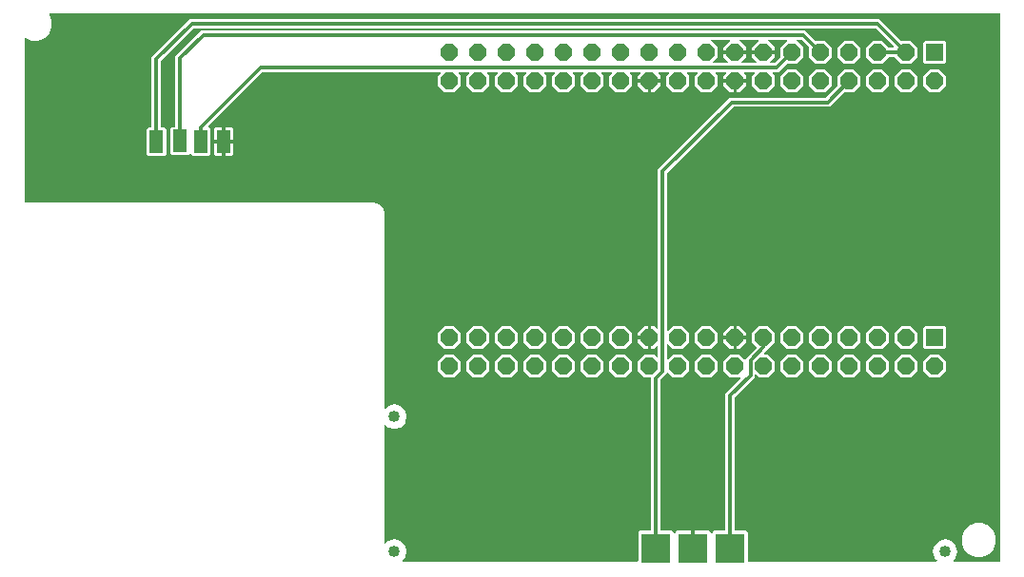
<source format=gbr>
G04 EAGLE Gerber RS-274X export*
G75*
%MOMM*%
%FSLAX34Y34*%
%LPD*%
%INTop Copper*%
%IPPOS*%
%AMOC8*
5,1,8,0,0,1.08239X$1,22.5*%
G01*
%ADD10R,1.524000X1.524000*%
%ADD11P,1.649562X8X202.500000*%
%ADD12R,1.250000X2.000000*%
%ADD13R,2.650000X2.650000*%
%ADD14C,1.016000*%
%ADD15C,0.304800*%

G36*
X568117Y38530D02*
X568117Y38530D01*
X568134Y38540D01*
X568154Y38544D01*
X568243Y38597D01*
X568334Y38646D01*
X568348Y38660D01*
X568365Y38670D01*
X568432Y38749D01*
X568504Y38824D01*
X568512Y38842D01*
X568525Y38857D01*
X568564Y38953D01*
X568607Y39047D01*
X568609Y39067D01*
X568617Y39085D01*
X568635Y39252D01*
X568635Y174378D01*
X568632Y174398D01*
X568634Y174417D01*
X568612Y174519D01*
X568596Y174621D01*
X568586Y174638D01*
X568582Y174658D01*
X568529Y174747D01*
X568480Y174838D01*
X568466Y174852D01*
X568456Y174869D01*
X568377Y174936D01*
X568302Y175008D01*
X568284Y175016D01*
X568269Y175029D01*
X568173Y175068D01*
X568079Y175111D01*
X568059Y175113D01*
X568041Y175121D01*
X567874Y175139D01*
X562691Y175139D01*
X556739Y181091D01*
X556739Y189509D01*
X562691Y195461D01*
X571109Y195461D01*
X573220Y193350D01*
X573278Y193308D01*
X573330Y193258D01*
X573377Y193237D01*
X573419Y193206D01*
X573488Y193185D01*
X573553Y193155D01*
X573605Y193149D01*
X573655Y193134D01*
X573726Y193136D01*
X573797Y193128D01*
X573848Y193139D01*
X573900Y193140D01*
X573968Y193165D01*
X574038Y193180D01*
X574083Y193207D01*
X574131Y193225D01*
X574187Y193269D01*
X574249Y193306D01*
X574283Y193346D01*
X574323Y193378D01*
X574362Y193439D01*
X574409Y193493D01*
X574428Y193541D01*
X574456Y193585D01*
X574474Y193655D01*
X574501Y193721D01*
X574509Y193793D01*
X574517Y193824D01*
X574515Y193847D01*
X574519Y193888D01*
X574519Y202112D01*
X574508Y202183D01*
X574506Y202254D01*
X574488Y202303D01*
X574480Y202355D01*
X574446Y202418D01*
X574421Y202485D01*
X574389Y202526D01*
X574364Y202572D01*
X574312Y202622D01*
X574268Y202678D01*
X574224Y202706D01*
X574186Y202742D01*
X574121Y202772D01*
X574061Y202811D01*
X574010Y202823D01*
X573963Y202845D01*
X573892Y202853D01*
X573822Y202871D01*
X573770Y202867D01*
X573719Y202872D01*
X573648Y202857D01*
X573577Y202851D01*
X573529Y202831D01*
X573478Y202820D01*
X573417Y202783D01*
X573351Y202755D01*
X573295Y202710D01*
X573267Y202694D01*
X573252Y202676D01*
X573220Y202650D01*
X571109Y200539D01*
X568423Y200539D01*
X568423Y209938D01*
X568420Y209958D01*
X568422Y209977D01*
X568400Y210079D01*
X568383Y210181D01*
X568374Y210198D01*
X568370Y210218D01*
X568317Y210307D01*
X568268Y210398D01*
X568254Y210412D01*
X568244Y210429D01*
X568165Y210496D01*
X568090Y210567D01*
X568072Y210576D01*
X568057Y210589D01*
X567961Y210627D01*
X567867Y210671D01*
X567847Y210673D01*
X567829Y210681D01*
X567662Y210699D01*
X566899Y210699D01*
X566899Y210701D01*
X567662Y210701D01*
X567682Y210704D01*
X567701Y210702D01*
X567803Y210724D01*
X567905Y210741D01*
X567922Y210750D01*
X567942Y210754D01*
X568031Y210807D01*
X568122Y210856D01*
X568136Y210870D01*
X568153Y210880D01*
X568220Y210959D01*
X568291Y211034D01*
X568300Y211052D01*
X568313Y211067D01*
X568352Y211163D01*
X568395Y211257D01*
X568397Y211277D01*
X568405Y211295D01*
X568423Y211462D01*
X568423Y220861D01*
X571109Y220861D01*
X573220Y218750D01*
X573278Y218708D01*
X573330Y218658D01*
X573377Y218637D01*
X573419Y218606D01*
X573488Y218585D01*
X573553Y218555D01*
X573605Y218549D01*
X573655Y218534D01*
X573726Y218536D01*
X573797Y218528D01*
X573848Y218539D01*
X573900Y218540D01*
X573968Y218565D01*
X574038Y218580D01*
X574083Y218607D01*
X574131Y218625D01*
X574187Y218669D01*
X574249Y218706D01*
X574283Y218746D01*
X574323Y218778D01*
X574362Y218839D01*
X574409Y218893D01*
X574428Y218941D01*
X574456Y218985D01*
X574474Y219055D01*
X574501Y219121D01*
X574509Y219193D01*
X574517Y219224D01*
X574515Y219247D01*
X574519Y219288D01*
X574519Y360268D01*
X638316Y424065D01*
X723401Y424065D01*
X723491Y424079D01*
X723582Y424087D01*
X723612Y424099D01*
X723644Y424104D01*
X723724Y424147D01*
X723808Y424183D01*
X723840Y424209D01*
X723861Y424220D01*
X723883Y424243D01*
X723939Y424288D01*
X734316Y434665D01*
X734369Y434739D01*
X734429Y434808D01*
X734441Y434838D01*
X734460Y434864D01*
X734487Y434951D01*
X734521Y435036D01*
X734525Y435077D01*
X734532Y435100D01*
X734531Y435132D01*
X734539Y435203D01*
X734539Y443509D01*
X740491Y449461D01*
X748909Y449461D01*
X754861Y443509D01*
X754861Y435091D01*
X748909Y429139D01*
X740603Y429139D01*
X740513Y429125D01*
X740422Y429117D01*
X740392Y429105D01*
X740360Y429100D01*
X740280Y429057D01*
X740196Y429021D01*
X740164Y428995D01*
X740143Y428984D01*
X740121Y428961D01*
X740065Y428916D01*
X727084Y415935D01*
X641999Y415935D01*
X641909Y415921D01*
X641818Y415913D01*
X641788Y415901D01*
X641756Y415896D01*
X641676Y415853D01*
X641592Y415817D01*
X641560Y415791D01*
X641539Y415780D01*
X641517Y415757D01*
X641512Y415753D01*
X641511Y415753D01*
X641511Y415752D01*
X641461Y415712D01*
X582872Y357123D01*
X582819Y357049D01*
X582759Y356980D01*
X582747Y356950D01*
X582728Y356924D01*
X582701Y356837D01*
X582667Y356752D01*
X582663Y356711D01*
X582656Y356688D01*
X582657Y356656D01*
X582649Y356585D01*
X582649Y217256D01*
X582660Y217185D01*
X582662Y217114D01*
X582680Y217065D01*
X582688Y217013D01*
X582722Y216950D01*
X582747Y216883D01*
X582779Y216842D01*
X582804Y216796D01*
X582856Y216746D01*
X582900Y216690D01*
X582944Y216662D01*
X582982Y216626D01*
X583047Y216596D01*
X583107Y216557D01*
X583158Y216545D01*
X583205Y216523D01*
X583276Y216515D01*
X583346Y216497D01*
X583398Y216501D01*
X583449Y216496D01*
X583520Y216511D01*
X583591Y216517D01*
X583639Y216537D01*
X583690Y216548D01*
X583751Y216585D01*
X583817Y216613D01*
X583873Y216658D01*
X583901Y216674D01*
X583916Y216692D01*
X583948Y216718D01*
X588091Y220861D01*
X596509Y220861D01*
X602461Y214909D01*
X602461Y206491D01*
X596509Y200539D01*
X588091Y200539D01*
X583948Y204682D01*
X583890Y204724D01*
X583838Y204774D01*
X583791Y204795D01*
X583749Y204826D01*
X583680Y204847D01*
X583615Y204877D01*
X583563Y204883D01*
X583513Y204898D01*
X583442Y204896D01*
X583371Y204904D01*
X583320Y204893D01*
X583268Y204892D01*
X583200Y204867D01*
X583130Y204852D01*
X583085Y204825D01*
X583037Y204807D01*
X582981Y204763D01*
X582919Y204726D01*
X582885Y204686D01*
X582845Y204654D01*
X582806Y204593D01*
X582759Y204539D01*
X582740Y204491D01*
X582712Y204447D01*
X582694Y204377D01*
X582667Y204311D01*
X582659Y204239D01*
X582651Y204208D01*
X582653Y204185D01*
X582649Y204144D01*
X582649Y191856D01*
X582660Y191785D01*
X582662Y191714D01*
X582680Y191665D01*
X582688Y191613D01*
X582722Y191550D01*
X582747Y191483D01*
X582779Y191442D01*
X582804Y191396D01*
X582856Y191346D01*
X582900Y191290D01*
X582944Y191262D01*
X582982Y191226D01*
X583047Y191196D01*
X583107Y191157D01*
X583158Y191145D01*
X583205Y191123D01*
X583276Y191115D01*
X583346Y191097D01*
X583398Y191101D01*
X583449Y191096D01*
X583520Y191111D01*
X583591Y191117D01*
X583639Y191137D01*
X583690Y191148D01*
X583751Y191185D01*
X583817Y191213D01*
X583873Y191258D01*
X583901Y191274D01*
X583916Y191292D01*
X583948Y191318D01*
X588091Y195461D01*
X596509Y195461D01*
X602461Y189509D01*
X602461Y181091D01*
X596509Y175139D01*
X588091Y175139D01*
X583948Y179282D01*
X583890Y179324D01*
X583838Y179374D01*
X583791Y179395D01*
X583749Y179426D01*
X583680Y179447D01*
X583615Y179477D01*
X583563Y179483D01*
X583513Y179498D01*
X583442Y179496D01*
X583371Y179504D01*
X583320Y179493D01*
X583268Y179492D01*
X583200Y179467D01*
X583130Y179452D01*
X583085Y179425D01*
X583037Y179407D01*
X582981Y179363D01*
X582919Y179326D01*
X582885Y179286D01*
X582845Y179254D01*
X582806Y179193D01*
X582759Y179139D01*
X582740Y179091D01*
X582712Y179047D01*
X582694Y178977D01*
X582667Y178911D01*
X582659Y178839D01*
X582651Y178808D01*
X582653Y178785D01*
X582653Y178781D01*
X576988Y173116D01*
X576935Y173042D01*
X576875Y172972D01*
X576863Y172942D01*
X576844Y172916D01*
X576817Y172829D01*
X576783Y172744D01*
X576779Y172703D01*
X576772Y172681D01*
X576773Y172649D01*
X576765Y172577D01*
X576765Y39252D01*
X576768Y39232D01*
X576766Y39213D01*
X576788Y39111D01*
X576804Y39009D01*
X576814Y38992D01*
X576818Y38972D01*
X576871Y38883D01*
X576920Y38792D01*
X576934Y38778D01*
X576944Y38761D01*
X577023Y38694D01*
X577098Y38622D01*
X577116Y38614D01*
X577131Y38601D01*
X577227Y38562D01*
X577321Y38519D01*
X577341Y38517D01*
X577359Y38509D01*
X577526Y38491D01*
X587002Y38491D01*
X588491Y37002D01*
X588491Y36698D01*
X588495Y36674D01*
X588492Y36650D01*
X588514Y36553D01*
X588530Y36455D01*
X588542Y36434D01*
X588547Y36410D01*
X588599Y36325D01*
X588646Y36238D01*
X588663Y36221D01*
X588676Y36201D01*
X588752Y36137D01*
X588824Y36068D01*
X588846Y36058D01*
X588864Y36043D01*
X588957Y36007D01*
X589047Y35965D01*
X589071Y35962D01*
X589093Y35953D01*
X589193Y35949D01*
X589291Y35938D01*
X589315Y35943D01*
X589339Y35942D01*
X589435Y35969D01*
X589532Y35990D01*
X589553Y36002D01*
X589576Y36009D01*
X589658Y36065D01*
X589743Y36116D01*
X589759Y36134D01*
X589778Y36148D01*
X589838Y36227D01*
X589903Y36303D01*
X589912Y36326D01*
X589926Y36345D01*
X589987Y36501D01*
X590102Y36931D01*
X590437Y37510D01*
X590910Y37983D01*
X591489Y38318D01*
X592136Y38491D01*
X604197Y38491D01*
X604197Y23462D01*
X604200Y23442D01*
X604198Y23423D01*
X604220Y23321D01*
X604237Y23219D01*
X604246Y23202D01*
X604250Y23182D01*
X604303Y23093D01*
X604352Y23002D01*
X604366Y22988D01*
X604376Y22971D01*
X604455Y22904D01*
X604530Y22833D01*
X604548Y22824D01*
X604563Y22811D01*
X604659Y22772D01*
X604753Y22729D01*
X604773Y22727D01*
X604791Y22719D01*
X604958Y22701D01*
X606482Y22701D01*
X606502Y22704D01*
X606521Y22702D01*
X606623Y22724D01*
X606725Y22741D01*
X606742Y22750D01*
X606762Y22754D01*
X606851Y22807D01*
X606942Y22856D01*
X606956Y22870D01*
X606973Y22880D01*
X607040Y22959D01*
X607111Y23034D01*
X607120Y23052D01*
X607133Y23067D01*
X607172Y23163D01*
X607215Y23257D01*
X607217Y23277D01*
X607225Y23295D01*
X607243Y23462D01*
X607243Y38491D01*
X619304Y38491D01*
X619951Y38318D01*
X620530Y37983D01*
X621003Y37510D01*
X621338Y36931D01*
X621453Y36501D01*
X621463Y36479D01*
X621467Y36455D01*
X621513Y36368D01*
X621554Y36277D01*
X621570Y36259D01*
X621582Y36238D01*
X621653Y36170D01*
X621721Y36097D01*
X621742Y36085D01*
X621760Y36068D01*
X621850Y36027D01*
X621937Y35979D01*
X621961Y35975D01*
X621983Y35965D01*
X622082Y35954D01*
X622180Y35937D01*
X622204Y35940D01*
X622227Y35938D01*
X622324Y35959D01*
X622423Y35974D01*
X622444Y35985D01*
X622468Y35990D01*
X622553Y36041D01*
X622642Y36087D01*
X622658Y36104D01*
X622679Y36116D01*
X622744Y36192D01*
X622813Y36263D01*
X622823Y36285D01*
X622839Y36303D01*
X622876Y36395D01*
X622919Y36485D01*
X622922Y36509D01*
X622931Y36531D01*
X622949Y36698D01*
X622949Y37002D01*
X624438Y38491D01*
X633914Y38491D01*
X633934Y38494D01*
X633953Y38492D01*
X634055Y38514D01*
X634157Y38530D01*
X634174Y38540D01*
X634194Y38544D01*
X634283Y38597D01*
X634374Y38646D01*
X634388Y38660D01*
X634405Y38670D01*
X634472Y38749D01*
X634544Y38824D01*
X634552Y38842D01*
X634565Y38857D01*
X634604Y38953D01*
X634647Y39047D01*
X634649Y39067D01*
X634657Y39085D01*
X634675Y39252D01*
X634675Y160424D01*
X648091Y173840D01*
X648133Y173898D01*
X648183Y173950D01*
X648205Y173997D01*
X648235Y174039D01*
X648256Y174108D01*
X648286Y174173D01*
X648292Y174225D01*
X648307Y174275D01*
X648305Y174346D01*
X648313Y174417D01*
X648302Y174468D01*
X648301Y174520D01*
X648276Y174588D01*
X648261Y174658D01*
X648234Y174703D01*
X648216Y174751D01*
X648172Y174807D01*
X648135Y174869D01*
X648095Y174903D01*
X648063Y174943D01*
X648002Y174982D01*
X647948Y175029D01*
X647900Y175048D01*
X647856Y175076D01*
X647786Y175094D01*
X647720Y175121D01*
X647648Y175129D01*
X647617Y175137D01*
X647594Y175135D01*
X647553Y175139D01*
X638891Y175139D01*
X632939Y181091D01*
X632939Y189509D01*
X638891Y195461D01*
X647309Y195461D01*
X651452Y191318D01*
X651510Y191276D01*
X651562Y191226D01*
X651609Y191205D01*
X651651Y191174D01*
X651720Y191153D01*
X651785Y191123D01*
X651837Y191117D01*
X651887Y191102D01*
X651958Y191104D01*
X652029Y191096D01*
X652080Y191107D01*
X652132Y191108D01*
X652200Y191133D01*
X652270Y191148D01*
X652315Y191175D01*
X652363Y191193D01*
X652419Y191237D01*
X652481Y191274D01*
X652515Y191314D01*
X652555Y191346D01*
X652594Y191407D01*
X652641Y191461D01*
X652660Y191509D01*
X652688Y191553D01*
X652706Y191623D01*
X652733Y191689D01*
X652741Y191761D01*
X652749Y191792D01*
X652747Y191815D01*
X652747Y191819D01*
X662341Y201413D01*
X662353Y201429D01*
X662368Y201442D01*
X662424Y201529D01*
X662485Y201613D01*
X662490Y201632D01*
X662501Y201649D01*
X662526Y201749D01*
X662557Y201848D01*
X662556Y201868D01*
X662561Y201887D01*
X662553Y201990D01*
X662551Y202094D01*
X662544Y202113D01*
X662542Y202132D01*
X662502Y202227D01*
X662466Y202325D01*
X662454Y202340D01*
X662446Y202359D01*
X662341Y202490D01*
X658339Y206491D01*
X658339Y214909D01*
X664291Y220861D01*
X672709Y220861D01*
X678661Y214909D01*
X678661Y206491D01*
X672788Y200618D01*
X672735Y200544D01*
X672675Y200475D01*
X672663Y200445D01*
X672644Y200419D01*
X672617Y200332D01*
X672583Y200247D01*
X672579Y200206D01*
X672572Y200183D01*
X672573Y200151D01*
X672572Y200147D01*
X669185Y196760D01*
X669143Y196702D01*
X669094Y196650D01*
X669072Y196603D01*
X669041Y196561D01*
X669020Y196492D01*
X668990Y196427D01*
X668984Y196375D01*
X668969Y196325D01*
X668971Y196254D01*
X668963Y196183D01*
X668974Y196132D01*
X668975Y196080D01*
X669000Y196012D01*
X669015Y195942D01*
X669042Y195897D01*
X669060Y195849D01*
X669105Y195793D01*
X669141Y195731D01*
X669181Y195697D01*
X669214Y195657D01*
X669274Y195618D01*
X669328Y195571D01*
X669377Y195552D01*
X669420Y195524D01*
X669490Y195506D01*
X669557Y195479D01*
X669628Y195471D01*
X669659Y195463D01*
X669682Y195465D01*
X669723Y195461D01*
X672709Y195461D01*
X678661Y189509D01*
X678661Y181091D01*
X672709Y175139D01*
X664291Y175139D01*
X662180Y177250D01*
X662122Y177292D01*
X662070Y177342D01*
X662023Y177363D01*
X661981Y177394D01*
X661912Y177415D01*
X661847Y177445D01*
X661795Y177451D01*
X661745Y177466D01*
X661674Y177464D01*
X661603Y177472D01*
X661552Y177461D01*
X661500Y177460D01*
X661432Y177435D01*
X661362Y177420D01*
X661317Y177393D01*
X661269Y177375D01*
X661213Y177331D01*
X661151Y177294D01*
X661117Y177254D01*
X661077Y177222D01*
X661038Y177161D01*
X660991Y177107D01*
X660972Y177059D01*
X660944Y177015D01*
X660926Y176945D01*
X660899Y176879D01*
X660891Y176807D01*
X660883Y176776D01*
X660885Y176753D01*
X660881Y176712D01*
X660881Y175132D01*
X643028Y157279D01*
X642975Y157205D01*
X642915Y157136D01*
X642903Y157106D01*
X642884Y157080D01*
X642857Y156993D01*
X642823Y156908D01*
X642819Y156867D01*
X642812Y156844D01*
X642813Y156812D01*
X642805Y156741D01*
X642805Y39252D01*
X642808Y39232D01*
X642806Y39213D01*
X642828Y39111D01*
X642844Y39009D01*
X642854Y38992D01*
X642858Y38972D01*
X642911Y38883D01*
X642960Y38792D01*
X642974Y38778D01*
X642984Y38761D01*
X643063Y38694D01*
X643138Y38622D01*
X643156Y38614D01*
X643171Y38601D01*
X643267Y38562D01*
X643361Y38519D01*
X643381Y38517D01*
X643399Y38509D01*
X643566Y38491D01*
X653042Y38491D01*
X654531Y37002D01*
X654531Y11684D01*
X654534Y11664D01*
X654532Y11645D01*
X654554Y11543D01*
X654570Y11441D01*
X654580Y11424D01*
X654584Y11404D01*
X654637Y11315D01*
X654686Y11224D01*
X654700Y11210D01*
X654710Y11193D01*
X654789Y11126D01*
X654864Y11054D01*
X654882Y11046D01*
X654897Y11033D01*
X654993Y10994D01*
X655087Y10951D01*
X655107Y10949D01*
X655125Y10941D01*
X655292Y10923D01*
X822102Y10923D01*
X822172Y10934D01*
X822244Y10936D01*
X822293Y10954D01*
X822345Y10962D01*
X822408Y10996D01*
X822475Y11021D01*
X822516Y11053D01*
X822562Y11078D01*
X822611Y11130D01*
X822667Y11174D01*
X822695Y11218D01*
X822731Y11256D01*
X822761Y11321D01*
X822800Y11381D01*
X822813Y11432D01*
X822835Y11479D01*
X822843Y11550D01*
X822860Y11620D01*
X822856Y11672D01*
X822862Y11723D01*
X822847Y11794D01*
X822841Y11865D01*
X822821Y11913D01*
X822810Y11964D01*
X822773Y12025D01*
X822745Y12091D01*
X822700Y12147D01*
X822684Y12175D01*
X822666Y12190D01*
X822640Y12222D01*
X820403Y14459D01*
X818918Y20000D01*
X820403Y25541D01*
X824459Y29597D01*
X830000Y31082D01*
X835541Y29597D01*
X839597Y25541D01*
X841082Y20000D01*
X839597Y14459D01*
X837360Y12222D01*
X837318Y12164D01*
X837269Y12112D01*
X837247Y12065D01*
X837216Y12023D01*
X837195Y11954D01*
X837165Y11889D01*
X837159Y11837D01*
X837144Y11787D01*
X837146Y11716D01*
X837138Y11645D01*
X837149Y11594D01*
X837150Y11542D01*
X837175Y11474D01*
X837190Y11404D01*
X837217Y11360D01*
X837235Y11311D01*
X837280Y11255D01*
X837316Y11193D01*
X837356Y11159D01*
X837389Y11119D01*
X837449Y11080D01*
X837503Y11033D01*
X837552Y11014D01*
X837595Y10986D01*
X837665Y10968D01*
X837732Y10941D01*
X837803Y10933D01*
X837834Y10925D01*
X837857Y10927D01*
X837898Y10923D01*
X878316Y10923D01*
X878336Y10926D01*
X878355Y10924D01*
X878457Y10946D01*
X878559Y10962D01*
X878576Y10972D01*
X878596Y10976D01*
X878685Y11029D01*
X878776Y11078D01*
X878790Y11092D01*
X878807Y11102D01*
X878874Y11181D01*
X878946Y11256D01*
X878954Y11274D01*
X878967Y11289D01*
X879006Y11385D01*
X879049Y11479D01*
X879051Y11499D01*
X879059Y11517D01*
X879077Y11684D01*
X879077Y498316D01*
X879074Y498336D01*
X879076Y498355D01*
X879054Y498457D01*
X879038Y498559D01*
X879028Y498576D01*
X879024Y498596D01*
X878971Y498685D01*
X878922Y498776D01*
X878908Y498790D01*
X878898Y498807D01*
X878819Y498874D01*
X878744Y498946D01*
X878726Y498954D01*
X878711Y498967D01*
X878615Y499006D01*
X878521Y499049D01*
X878501Y499051D01*
X878483Y499059D01*
X878316Y499077D01*
X33789Y499077D01*
X33744Y499070D01*
X33698Y499072D01*
X33623Y499050D01*
X33546Y499038D01*
X33506Y499016D01*
X33462Y499003D01*
X33398Y498959D01*
X33329Y498922D01*
X33298Y498889D01*
X33260Y498863D01*
X33213Y498800D01*
X33160Y498744D01*
X33140Y498702D01*
X33113Y498666D01*
X33089Y498592D01*
X33056Y498521D01*
X33051Y498475D01*
X33037Y498432D01*
X33038Y498354D01*
X33029Y498277D01*
X33039Y498232D01*
X33039Y498186D01*
X33077Y498054D01*
X33081Y498036D01*
X33084Y498032D01*
X33086Y498025D01*
X35161Y493016D01*
X35161Y486984D01*
X32853Y481412D01*
X28588Y477147D01*
X23016Y474839D01*
X16984Y474839D01*
X11975Y476914D01*
X11931Y476925D01*
X11889Y476944D01*
X11812Y476952D01*
X11736Y476970D01*
X11690Y476966D01*
X11645Y476971D01*
X11568Y476954D01*
X11491Y476947D01*
X11449Y476929D01*
X11404Y476919D01*
X11337Y476879D01*
X11266Y476847D01*
X11232Y476816D01*
X11193Y476793D01*
X11142Y476733D01*
X11085Y476681D01*
X11063Y476641D01*
X11033Y476606D01*
X11004Y476533D01*
X10967Y476465D01*
X10958Y476420D01*
X10941Y476378D01*
X10926Y476242D01*
X10923Y476223D01*
X10924Y476218D01*
X10923Y476211D01*
X10923Y331684D01*
X10926Y331664D01*
X10924Y331645D01*
X10946Y331543D01*
X10962Y331441D01*
X10972Y331424D01*
X10976Y331404D01*
X11029Y331315D01*
X11078Y331224D01*
X11092Y331210D01*
X11102Y331193D01*
X11181Y331126D01*
X11256Y331054D01*
X11274Y331046D01*
X11289Y331033D01*
X11385Y330994D01*
X11479Y330951D01*
X11499Y330949D01*
X11517Y330941D01*
X11684Y330923D01*
X322173Y330923D01*
X326187Y329260D01*
X329260Y326187D01*
X330923Y322173D01*
X330923Y147898D01*
X330934Y147828D01*
X330936Y147756D01*
X330954Y147707D01*
X330962Y147655D01*
X330996Y147592D01*
X331021Y147525D01*
X331053Y147484D01*
X331078Y147438D01*
X331130Y147389D01*
X331174Y147333D01*
X331218Y147305D01*
X331256Y147269D01*
X331321Y147239D01*
X331381Y147200D01*
X331432Y147187D01*
X331479Y147165D01*
X331550Y147157D01*
X331620Y147140D01*
X331672Y147144D01*
X331723Y147138D01*
X331794Y147153D01*
X331865Y147159D01*
X331913Y147179D01*
X331964Y147190D01*
X332025Y147227D01*
X332091Y147255D01*
X332147Y147300D01*
X332175Y147316D01*
X332190Y147334D01*
X332222Y147360D01*
X334459Y149597D01*
X340000Y151082D01*
X345541Y149597D01*
X349597Y145541D01*
X351082Y140000D01*
X349597Y134459D01*
X345541Y130403D01*
X340000Y128918D01*
X334459Y130403D01*
X332222Y132640D01*
X332164Y132682D01*
X332112Y132731D01*
X332065Y132753D01*
X332023Y132784D01*
X331954Y132805D01*
X331889Y132835D01*
X331837Y132841D01*
X331787Y132856D01*
X331716Y132854D01*
X331645Y132862D01*
X331594Y132851D01*
X331542Y132850D01*
X331474Y132825D01*
X331404Y132810D01*
X331359Y132783D01*
X331311Y132765D01*
X331255Y132720D01*
X331193Y132684D01*
X331159Y132644D01*
X331119Y132611D01*
X331080Y132551D01*
X331033Y132497D01*
X331014Y132448D01*
X330986Y132405D01*
X330968Y132335D01*
X330941Y132268D01*
X330933Y132197D01*
X330925Y132166D01*
X330927Y132143D01*
X330923Y132102D01*
X330923Y27898D01*
X330934Y27828D01*
X330936Y27756D01*
X330954Y27707D01*
X330962Y27655D01*
X330996Y27592D01*
X331021Y27525D01*
X331053Y27484D01*
X331078Y27438D01*
X331130Y27389D01*
X331174Y27333D01*
X331218Y27305D01*
X331256Y27269D01*
X331321Y27239D01*
X331381Y27200D01*
X331432Y27187D01*
X331479Y27165D01*
X331550Y27157D01*
X331620Y27140D01*
X331672Y27144D01*
X331723Y27138D01*
X331794Y27153D01*
X331865Y27159D01*
X331913Y27179D01*
X331964Y27190D01*
X332025Y27227D01*
X332091Y27255D01*
X332147Y27300D01*
X332175Y27316D01*
X332190Y27334D01*
X332222Y27360D01*
X334459Y29597D01*
X340000Y31082D01*
X345541Y29597D01*
X349597Y25541D01*
X351082Y20000D01*
X349597Y14459D01*
X347360Y12222D01*
X347318Y12164D01*
X347269Y12112D01*
X347247Y12065D01*
X347216Y12023D01*
X347195Y11954D01*
X347165Y11889D01*
X347159Y11837D01*
X347144Y11787D01*
X347146Y11716D01*
X347138Y11645D01*
X347149Y11594D01*
X347150Y11542D01*
X347175Y11474D01*
X347190Y11404D01*
X347217Y11359D01*
X347235Y11311D01*
X347280Y11255D01*
X347316Y11193D01*
X347356Y11159D01*
X347389Y11119D01*
X347449Y11080D01*
X347503Y11033D01*
X347552Y11014D01*
X347595Y10986D01*
X347665Y10968D01*
X347732Y10941D01*
X347803Y10933D01*
X347834Y10925D01*
X347857Y10927D01*
X347898Y10923D01*
X556148Y10923D01*
X556168Y10926D01*
X556187Y10924D01*
X556289Y10946D01*
X556391Y10962D01*
X556408Y10972D01*
X556428Y10976D01*
X556517Y11029D01*
X556608Y11078D01*
X556622Y11092D01*
X556639Y11102D01*
X556706Y11181D01*
X556778Y11256D01*
X556786Y11274D01*
X556799Y11289D01*
X556838Y11385D01*
X556881Y11479D01*
X556883Y11499D01*
X556891Y11517D01*
X556909Y11684D01*
X556909Y37002D01*
X558398Y38491D01*
X567874Y38491D01*
X567894Y38494D01*
X567913Y38492D01*
X568015Y38514D01*
X568117Y38530D01*
G37*
%LPC*%
G36*
X715203Y474861D02*
X715203Y474861D01*
X723509Y474861D01*
X729461Y468909D01*
X729461Y460491D01*
X723509Y454539D01*
X715091Y454539D01*
X709139Y460491D01*
X709139Y468797D01*
X709125Y468887D01*
X709117Y468978D01*
X709105Y469008D01*
X709100Y469040D01*
X709057Y469120D01*
X709021Y469204D01*
X708995Y469236D01*
X708984Y469257D01*
X708961Y469279D01*
X708916Y469335D01*
X702539Y475712D01*
X702465Y475765D01*
X702396Y475825D01*
X702366Y475837D01*
X702340Y475856D01*
X702253Y475883D01*
X702168Y475917D01*
X702127Y475921D01*
X702105Y475928D01*
X702072Y475927D01*
X702001Y475935D01*
X698872Y475935D01*
X698801Y475924D01*
X698730Y475922D01*
X698681Y475904D01*
X698629Y475896D01*
X698566Y475862D01*
X698499Y475837D01*
X698458Y475805D01*
X698412Y475780D01*
X698362Y475728D01*
X698306Y475684D01*
X698278Y475640D01*
X698242Y475602D01*
X698212Y475537D01*
X698173Y475477D01*
X698161Y475426D01*
X698139Y475379D01*
X698131Y475308D01*
X698113Y475238D01*
X698117Y475186D01*
X698112Y475135D01*
X698127Y475064D01*
X698133Y474993D01*
X698153Y474945D01*
X698164Y474894D01*
X698201Y474833D01*
X698229Y474767D01*
X698274Y474711D01*
X698290Y474683D01*
X698308Y474668D01*
X698334Y474636D01*
X704061Y468909D01*
X704061Y460491D01*
X698109Y454539D01*
X689803Y454539D01*
X689713Y454525D01*
X689622Y454517D01*
X689592Y454505D01*
X689560Y454500D01*
X689480Y454457D01*
X689396Y454421D01*
X689364Y454395D01*
X689343Y454384D01*
X689321Y454361D01*
X689265Y454316D01*
X681868Y446919D01*
X677088Y446919D01*
X677017Y446908D01*
X676946Y446906D01*
X676897Y446888D01*
X676845Y446880D01*
X676782Y446846D01*
X676715Y446821D01*
X676674Y446789D01*
X676628Y446764D01*
X676578Y446712D01*
X676522Y446668D01*
X676494Y446624D01*
X676458Y446586D01*
X676428Y446521D01*
X676389Y446461D01*
X676377Y446410D01*
X676355Y446363D01*
X676347Y446292D01*
X676329Y446222D01*
X676333Y446170D01*
X676328Y446119D01*
X676343Y446048D01*
X676349Y445977D01*
X676369Y445929D01*
X676380Y445878D01*
X676417Y445817D01*
X676445Y445751D01*
X676490Y445695D01*
X676506Y445667D01*
X676524Y445652D01*
X676550Y445620D01*
X678661Y443509D01*
X678661Y435091D01*
X672709Y429139D01*
X664291Y429139D01*
X658339Y435091D01*
X658339Y443509D01*
X660450Y445620D01*
X660492Y445678D01*
X660542Y445730D01*
X660563Y445777D01*
X660594Y445819D01*
X660615Y445888D01*
X660645Y445953D01*
X660651Y446005D01*
X660666Y446055D01*
X660664Y446126D01*
X660672Y446197D01*
X660661Y446248D01*
X660660Y446300D01*
X660635Y446368D01*
X660620Y446438D01*
X660593Y446483D01*
X660575Y446531D01*
X660531Y446587D01*
X660494Y446649D01*
X660454Y446683D01*
X660422Y446723D01*
X660361Y446762D01*
X660307Y446809D01*
X660259Y446828D01*
X660215Y446856D01*
X660145Y446874D01*
X660079Y446901D01*
X660007Y446909D01*
X659976Y446917D01*
X659953Y446915D01*
X659912Y446919D01*
X651688Y446919D01*
X651617Y446908D01*
X651546Y446906D01*
X651497Y446888D01*
X651445Y446880D01*
X651382Y446846D01*
X651315Y446821D01*
X651274Y446789D01*
X651228Y446764D01*
X651178Y446712D01*
X651122Y446668D01*
X651094Y446624D01*
X651058Y446586D01*
X651028Y446521D01*
X650989Y446461D01*
X650977Y446410D01*
X650955Y446363D01*
X650947Y446292D01*
X650929Y446222D01*
X650933Y446170D01*
X650928Y446119D01*
X650943Y446048D01*
X650949Y445977D01*
X650969Y445929D01*
X650980Y445878D01*
X651017Y445817D01*
X651045Y445751D01*
X651090Y445695D01*
X651106Y445667D01*
X651124Y445652D01*
X651150Y445620D01*
X653261Y443509D01*
X653261Y440823D01*
X643862Y440823D01*
X643842Y440820D01*
X643823Y440822D01*
X643721Y440800D01*
X643619Y440783D01*
X643602Y440774D01*
X643582Y440770D01*
X643493Y440717D01*
X643402Y440668D01*
X643388Y440654D01*
X643371Y440644D01*
X643304Y440565D01*
X643233Y440490D01*
X643224Y440472D01*
X643211Y440457D01*
X643173Y440361D01*
X643129Y440267D01*
X643127Y440247D01*
X643119Y440229D01*
X643101Y440062D01*
X643101Y439299D01*
X643099Y439299D01*
X643099Y440062D01*
X643096Y440082D01*
X643098Y440101D01*
X643076Y440203D01*
X643059Y440305D01*
X643050Y440322D01*
X643046Y440342D01*
X642993Y440431D01*
X642944Y440522D01*
X642930Y440536D01*
X642920Y440553D01*
X642841Y440620D01*
X642766Y440691D01*
X642748Y440700D01*
X642733Y440713D01*
X642637Y440752D01*
X642543Y440795D01*
X642523Y440797D01*
X642505Y440805D01*
X642338Y440823D01*
X632939Y440823D01*
X632939Y443509D01*
X635050Y445620D01*
X635092Y445678D01*
X635142Y445730D01*
X635163Y445777D01*
X635194Y445819D01*
X635215Y445888D01*
X635245Y445953D01*
X635251Y446005D01*
X635266Y446055D01*
X635264Y446126D01*
X635272Y446197D01*
X635261Y446248D01*
X635260Y446300D01*
X635235Y446368D01*
X635220Y446438D01*
X635193Y446483D01*
X635175Y446531D01*
X635131Y446587D01*
X635094Y446649D01*
X635054Y446683D01*
X635022Y446723D01*
X634961Y446762D01*
X634907Y446809D01*
X634859Y446828D01*
X634815Y446856D01*
X634745Y446874D01*
X634679Y446901D01*
X634607Y446909D01*
X634576Y446917D01*
X634553Y446915D01*
X634512Y446919D01*
X626288Y446919D01*
X626217Y446908D01*
X626146Y446906D01*
X626097Y446888D01*
X626045Y446880D01*
X625982Y446846D01*
X625915Y446821D01*
X625874Y446789D01*
X625828Y446764D01*
X625778Y446712D01*
X625722Y446668D01*
X625694Y446624D01*
X625658Y446586D01*
X625628Y446521D01*
X625589Y446461D01*
X625577Y446410D01*
X625555Y446363D01*
X625547Y446292D01*
X625529Y446222D01*
X625533Y446170D01*
X625528Y446119D01*
X625543Y446048D01*
X625549Y445977D01*
X625569Y445929D01*
X625580Y445878D01*
X625617Y445817D01*
X625645Y445751D01*
X625690Y445695D01*
X625706Y445667D01*
X625724Y445652D01*
X625750Y445620D01*
X627861Y443509D01*
X627861Y435091D01*
X621909Y429139D01*
X613491Y429139D01*
X607539Y435091D01*
X607539Y443509D01*
X609650Y445620D01*
X609692Y445678D01*
X609742Y445730D01*
X609763Y445777D01*
X609794Y445819D01*
X609815Y445888D01*
X609845Y445953D01*
X609851Y446005D01*
X609866Y446055D01*
X609864Y446126D01*
X609872Y446197D01*
X609861Y446248D01*
X609860Y446300D01*
X609835Y446368D01*
X609820Y446438D01*
X609793Y446483D01*
X609775Y446531D01*
X609731Y446587D01*
X609694Y446649D01*
X609654Y446683D01*
X609622Y446723D01*
X609561Y446762D01*
X609507Y446809D01*
X609459Y446828D01*
X609415Y446856D01*
X609345Y446874D01*
X609279Y446901D01*
X609207Y446909D01*
X609176Y446917D01*
X609153Y446915D01*
X609112Y446919D01*
X600888Y446919D01*
X600817Y446908D01*
X600746Y446906D01*
X600697Y446888D01*
X600645Y446880D01*
X600582Y446846D01*
X600515Y446821D01*
X600474Y446789D01*
X600428Y446764D01*
X600378Y446712D01*
X600322Y446668D01*
X600294Y446624D01*
X600258Y446586D01*
X600228Y446521D01*
X600189Y446461D01*
X600177Y446410D01*
X600155Y446363D01*
X600147Y446292D01*
X600129Y446222D01*
X600133Y446170D01*
X600128Y446119D01*
X600143Y446048D01*
X600149Y445977D01*
X600169Y445929D01*
X600180Y445878D01*
X600217Y445817D01*
X600245Y445751D01*
X600290Y445695D01*
X600306Y445667D01*
X600324Y445652D01*
X600350Y445620D01*
X602461Y443509D01*
X602461Y435091D01*
X596509Y429139D01*
X588091Y429139D01*
X582139Y435091D01*
X582139Y443509D01*
X584250Y445620D01*
X584292Y445678D01*
X584342Y445730D01*
X584363Y445777D01*
X584394Y445819D01*
X584415Y445888D01*
X584445Y445953D01*
X584451Y446005D01*
X584466Y446055D01*
X584464Y446126D01*
X584472Y446197D01*
X584461Y446248D01*
X584460Y446300D01*
X584435Y446368D01*
X584420Y446438D01*
X584393Y446483D01*
X584375Y446531D01*
X584331Y446587D01*
X584294Y446649D01*
X584254Y446683D01*
X584222Y446723D01*
X584161Y446762D01*
X584107Y446809D01*
X584059Y446828D01*
X584015Y446856D01*
X583945Y446874D01*
X583879Y446901D01*
X583807Y446909D01*
X583776Y446917D01*
X583753Y446915D01*
X583712Y446919D01*
X575488Y446919D01*
X575417Y446908D01*
X575346Y446906D01*
X575297Y446888D01*
X575245Y446880D01*
X575182Y446846D01*
X575115Y446821D01*
X575074Y446789D01*
X575028Y446764D01*
X574978Y446712D01*
X574922Y446668D01*
X574894Y446624D01*
X574858Y446586D01*
X574828Y446521D01*
X574789Y446461D01*
X574777Y446410D01*
X574755Y446363D01*
X574747Y446292D01*
X574729Y446222D01*
X574733Y446170D01*
X574728Y446119D01*
X574743Y446048D01*
X574749Y445977D01*
X574769Y445929D01*
X574780Y445878D01*
X574817Y445817D01*
X574845Y445751D01*
X574890Y445695D01*
X574906Y445667D01*
X574924Y445652D01*
X574950Y445620D01*
X577061Y443509D01*
X577061Y440823D01*
X567662Y440823D01*
X567642Y440820D01*
X567623Y440822D01*
X567521Y440800D01*
X567419Y440783D01*
X567402Y440774D01*
X567382Y440770D01*
X567293Y440717D01*
X567202Y440668D01*
X567188Y440654D01*
X567171Y440644D01*
X567104Y440565D01*
X567033Y440490D01*
X567024Y440472D01*
X567011Y440457D01*
X566973Y440361D01*
X566929Y440267D01*
X566927Y440247D01*
X566919Y440229D01*
X566901Y440062D01*
X566901Y439299D01*
X566899Y439299D01*
X566899Y440062D01*
X566896Y440082D01*
X566898Y440101D01*
X566876Y440203D01*
X566859Y440305D01*
X566850Y440322D01*
X566846Y440342D01*
X566793Y440431D01*
X566744Y440522D01*
X566730Y440536D01*
X566720Y440553D01*
X566641Y440620D01*
X566566Y440691D01*
X566548Y440700D01*
X566533Y440713D01*
X566437Y440752D01*
X566343Y440795D01*
X566323Y440797D01*
X566305Y440805D01*
X566138Y440823D01*
X556739Y440823D01*
X556739Y443509D01*
X558850Y445620D01*
X558892Y445678D01*
X558942Y445730D01*
X558963Y445777D01*
X558994Y445819D01*
X559015Y445888D01*
X559045Y445953D01*
X559051Y446005D01*
X559066Y446055D01*
X559064Y446126D01*
X559072Y446197D01*
X559061Y446248D01*
X559060Y446300D01*
X559035Y446368D01*
X559020Y446438D01*
X558993Y446483D01*
X558975Y446531D01*
X558931Y446587D01*
X558894Y446649D01*
X558854Y446683D01*
X558822Y446723D01*
X558761Y446762D01*
X558707Y446809D01*
X558659Y446828D01*
X558615Y446856D01*
X558545Y446874D01*
X558479Y446901D01*
X558407Y446909D01*
X558376Y446917D01*
X558353Y446915D01*
X558312Y446919D01*
X550088Y446919D01*
X550017Y446908D01*
X549946Y446906D01*
X549897Y446888D01*
X549845Y446880D01*
X549782Y446846D01*
X549715Y446821D01*
X549674Y446789D01*
X549628Y446764D01*
X549578Y446712D01*
X549522Y446668D01*
X549494Y446624D01*
X549458Y446586D01*
X549428Y446521D01*
X549389Y446461D01*
X549377Y446410D01*
X549355Y446363D01*
X549347Y446292D01*
X549329Y446222D01*
X549333Y446170D01*
X549328Y446119D01*
X549343Y446048D01*
X549349Y445977D01*
X549369Y445929D01*
X549380Y445878D01*
X549417Y445817D01*
X549445Y445751D01*
X549490Y445695D01*
X549506Y445667D01*
X549524Y445652D01*
X549550Y445620D01*
X551661Y443509D01*
X551661Y435091D01*
X545709Y429139D01*
X537291Y429139D01*
X531339Y435091D01*
X531339Y443509D01*
X533450Y445620D01*
X533492Y445678D01*
X533542Y445730D01*
X533563Y445777D01*
X533594Y445819D01*
X533615Y445888D01*
X533645Y445953D01*
X533651Y446005D01*
X533666Y446055D01*
X533664Y446126D01*
X533672Y446197D01*
X533661Y446248D01*
X533660Y446300D01*
X533635Y446368D01*
X533620Y446438D01*
X533593Y446483D01*
X533575Y446531D01*
X533531Y446587D01*
X533494Y446649D01*
X533454Y446683D01*
X533422Y446723D01*
X533361Y446762D01*
X533307Y446809D01*
X533259Y446828D01*
X533215Y446856D01*
X533145Y446874D01*
X533079Y446901D01*
X533007Y446909D01*
X532976Y446917D01*
X532953Y446915D01*
X532912Y446919D01*
X524688Y446919D01*
X524617Y446908D01*
X524546Y446906D01*
X524497Y446888D01*
X524445Y446880D01*
X524382Y446846D01*
X524315Y446821D01*
X524274Y446789D01*
X524228Y446764D01*
X524178Y446712D01*
X524122Y446668D01*
X524094Y446624D01*
X524058Y446586D01*
X524028Y446521D01*
X523989Y446461D01*
X523977Y446410D01*
X523955Y446363D01*
X523947Y446292D01*
X523929Y446222D01*
X523933Y446170D01*
X523928Y446119D01*
X523943Y446048D01*
X523949Y445977D01*
X523969Y445929D01*
X523980Y445878D01*
X524017Y445817D01*
X524045Y445751D01*
X524090Y445695D01*
X524106Y445667D01*
X524124Y445652D01*
X524150Y445620D01*
X526261Y443509D01*
X526261Y435091D01*
X520309Y429139D01*
X511891Y429139D01*
X505939Y435091D01*
X505939Y443509D01*
X508050Y445620D01*
X508092Y445678D01*
X508142Y445730D01*
X508163Y445777D01*
X508194Y445819D01*
X508215Y445888D01*
X508245Y445953D01*
X508251Y446005D01*
X508266Y446055D01*
X508264Y446126D01*
X508272Y446197D01*
X508261Y446248D01*
X508260Y446300D01*
X508235Y446368D01*
X508220Y446438D01*
X508193Y446483D01*
X508175Y446531D01*
X508131Y446587D01*
X508094Y446649D01*
X508054Y446683D01*
X508022Y446723D01*
X507961Y446762D01*
X507907Y446809D01*
X507859Y446828D01*
X507815Y446856D01*
X507745Y446874D01*
X507679Y446901D01*
X507607Y446909D01*
X507576Y446917D01*
X507553Y446915D01*
X507512Y446919D01*
X499288Y446919D01*
X499217Y446908D01*
X499146Y446906D01*
X499097Y446888D01*
X499045Y446880D01*
X498982Y446846D01*
X498915Y446821D01*
X498874Y446789D01*
X498828Y446764D01*
X498778Y446712D01*
X498722Y446668D01*
X498694Y446624D01*
X498658Y446586D01*
X498628Y446521D01*
X498589Y446461D01*
X498577Y446410D01*
X498555Y446363D01*
X498547Y446292D01*
X498529Y446222D01*
X498533Y446170D01*
X498528Y446119D01*
X498543Y446048D01*
X498549Y445977D01*
X498569Y445929D01*
X498580Y445878D01*
X498617Y445817D01*
X498645Y445751D01*
X498690Y445695D01*
X498706Y445667D01*
X498724Y445652D01*
X498750Y445620D01*
X500861Y443509D01*
X500861Y435091D01*
X494909Y429139D01*
X486491Y429139D01*
X480539Y435091D01*
X480539Y443509D01*
X482650Y445620D01*
X482692Y445678D01*
X482742Y445730D01*
X482763Y445777D01*
X482794Y445819D01*
X482815Y445888D01*
X482845Y445953D01*
X482851Y446005D01*
X482866Y446055D01*
X482864Y446126D01*
X482872Y446197D01*
X482861Y446248D01*
X482860Y446300D01*
X482835Y446368D01*
X482820Y446438D01*
X482793Y446483D01*
X482775Y446531D01*
X482731Y446587D01*
X482694Y446649D01*
X482654Y446683D01*
X482622Y446723D01*
X482561Y446762D01*
X482507Y446809D01*
X482459Y446828D01*
X482415Y446856D01*
X482345Y446874D01*
X482279Y446901D01*
X482207Y446909D01*
X482176Y446917D01*
X482153Y446915D01*
X482112Y446919D01*
X473888Y446919D01*
X473817Y446908D01*
X473746Y446906D01*
X473697Y446888D01*
X473645Y446880D01*
X473582Y446846D01*
X473515Y446821D01*
X473474Y446789D01*
X473428Y446764D01*
X473378Y446712D01*
X473322Y446668D01*
X473294Y446624D01*
X473258Y446586D01*
X473228Y446521D01*
X473189Y446461D01*
X473177Y446410D01*
X473155Y446363D01*
X473147Y446292D01*
X473129Y446222D01*
X473133Y446170D01*
X473128Y446119D01*
X473143Y446048D01*
X473149Y445977D01*
X473169Y445929D01*
X473180Y445878D01*
X473217Y445817D01*
X473245Y445751D01*
X473290Y445695D01*
X473306Y445667D01*
X473324Y445652D01*
X473350Y445620D01*
X475461Y443509D01*
X475461Y435091D01*
X469509Y429139D01*
X461091Y429139D01*
X455139Y435091D01*
X455139Y443509D01*
X457250Y445620D01*
X457292Y445678D01*
X457342Y445730D01*
X457363Y445777D01*
X457394Y445819D01*
X457415Y445888D01*
X457445Y445953D01*
X457451Y446005D01*
X457466Y446055D01*
X457464Y446126D01*
X457472Y446197D01*
X457461Y446248D01*
X457460Y446300D01*
X457435Y446368D01*
X457420Y446438D01*
X457393Y446483D01*
X457375Y446531D01*
X457331Y446587D01*
X457294Y446649D01*
X457254Y446683D01*
X457222Y446723D01*
X457161Y446762D01*
X457107Y446809D01*
X457059Y446828D01*
X457015Y446856D01*
X456945Y446874D01*
X456879Y446901D01*
X456807Y446909D01*
X456776Y446917D01*
X456753Y446915D01*
X456712Y446919D01*
X448488Y446919D01*
X448417Y446908D01*
X448346Y446906D01*
X448297Y446888D01*
X448245Y446880D01*
X448182Y446846D01*
X448115Y446821D01*
X448074Y446789D01*
X448028Y446764D01*
X447978Y446712D01*
X447922Y446668D01*
X447894Y446624D01*
X447858Y446586D01*
X447828Y446521D01*
X447789Y446461D01*
X447777Y446410D01*
X447755Y446363D01*
X447747Y446292D01*
X447729Y446222D01*
X447733Y446170D01*
X447728Y446119D01*
X447743Y446048D01*
X447749Y445977D01*
X447769Y445929D01*
X447780Y445878D01*
X447817Y445817D01*
X447845Y445751D01*
X447890Y445695D01*
X447906Y445667D01*
X447924Y445652D01*
X447950Y445620D01*
X450061Y443509D01*
X450061Y435091D01*
X444109Y429139D01*
X435691Y429139D01*
X429739Y435091D01*
X429739Y443509D01*
X431850Y445620D01*
X431892Y445678D01*
X431942Y445730D01*
X431963Y445777D01*
X431994Y445819D01*
X432015Y445888D01*
X432045Y445953D01*
X432051Y446005D01*
X432066Y446055D01*
X432064Y446126D01*
X432072Y446197D01*
X432061Y446248D01*
X432060Y446300D01*
X432035Y446368D01*
X432020Y446438D01*
X431993Y446483D01*
X431975Y446531D01*
X431931Y446587D01*
X431894Y446649D01*
X431854Y446683D01*
X431822Y446723D01*
X431761Y446762D01*
X431707Y446809D01*
X431659Y446828D01*
X431615Y446856D01*
X431545Y446874D01*
X431479Y446901D01*
X431407Y446909D01*
X431376Y446917D01*
X431353Y446915D01*
X431312Y446919D01*
X423088Y446919D01*
X423017Y446908D01*
X422946Y446906D01*
X422897Y446888D01*
X422845Y446880D01*
X422782Y446846D01*
X422715Y446821D01*
X422674Y446789D01*
X422628Y446764D01*
X422578Y446712D01*
X422522Y446668D01*
X422494Y446624D01*
X422458Y446586D01*
X422428Y446521D01*
X422389Y446461D01*
X422377Y446410D01*
X422355Y446363D01*
X422347Y446292D01*
X422329Y446222D01*
X422333Y446170D01*
X422328Y446119D01*
X422343Y446048D01*
X422349Y445977D01*
X422369Y445929D01*
X422380Y445878D01*
X422417Y445817D01*
X422445Y445751D01*
X422490Y445695D01*
X422506Y445667D01*
X422524Y445652D01*
X422550Y445620D01*
X424661Y443509D01*
X424661Y435091D01*
X418709Y429139D01*
X410291Y429139D01*
X404339Y435091D01*
X404339Y443509D01*
X406450Y445620D01*
X406492Y445678D01*
X406542Y445730D01*
X406563Y445777D01*
X406594Y445819D01*
X406615Y445888D01*
X406645Y445953D01*
X406651Y446005D01*
X406666Y446055D01*
X406664Y446126D01*
X406672Y446197D01*
X406661Y446248D01*
X406660Y446300D01*
X406635Y446368D01*
X406620Y446438D01*
X406593Y446483D01*
X406575Y446531D01*
X406531Y446587D01*
X406494Y446649D01*
X406454Y446683D01*
X406422Y446723D01*
X406361Y446762D01*
X406307Y446809D01*
X406259Y446828D01*
X406215Y446856D01*
X406145Y446874D01*
X406079Y446901D01*
X406007Y446909D01*
X405976Y446917D01*
X405953Y446915D01*
X405912Y446919D01*
X397688Y446919D01*
X397617Y446908D01*
X397546Y446906D01*
X397497Y446888D01*
X397445Y446880D01*
X397382Y446846D01*
X397315Y446821D01*
X397274Y446789D01*
X397228Y446764D01*
X397178Y446712D01*
X397122Y446668D01*
X397094Y446624D01*
X397058Y446586D01*
X397028Y446521D01*
X396989Y446461D01*
X396977Y446410D01*
X396955Y446363D01*
X396947Y446292D01*
X396929Y446222D01*
X396933Y446170D01*
X396928Y446119D01*
X396943Y446048D01*
X396949Y445977D01*
X396969Y445929D01*
X396980Y445878D01*
X397017Y445817D01*
X397045Y445751D01*
X397090Y445695D01*
X397106Y445667D01*
X397124Y445652D01*
X397150Y445620D01*
X399261Y443509D01*
X399261Y435091D01*
X393309Y429139D01*
X384891Y429139D01*
X378939Y435091D01*
X378939Y443509D01*
X381050Y445620D01*
X381092Y445678D01*
X381142Y445730D01*
X381163Y445777D01*
X381194Y445819D01*
X381215Y445888D01*
X381245Y445953D01*
X381251Y446005D01*
X381266Y446055D01*
X381264Y446126D01*
X381272Y446197D01*
X381261Y446248D01*
X381260Y446300D01*
X381235Y446368D01*
X381220Y446438D01*
X381193Y446483D01*
X381175Y446531D01*
X381131Y446587D01*
X381094Y446649D01*
X381054Y446683D01*
X381022Y446723D01*
X380961Y446762D01*
X380907Y446809D01*
X380859Y446828D01*
X380815Y446856D01*
X380745Y446874D01*
X380679Y446901D01*
X380607Y446909D01*
X380576Y446917D01*
X380553Y446915D01*
X380512Y446919D01*
X222983Y446919D01*
X222893Y446905D01*
X222802Y446897D01*
X222772Y446885D01*
X222740Y446880D01*
X222660Y446837D01*
X222576Y446801D01*
X222544Y446775D01*
X222523Y446764D01*
X222501Y446741D01*
X222445Y446696D01*
X174789Y399040D01*
X174747Y398982D01*
X174697Y398930D01*
X174675Y398883D01*
X174645Y398841D01*
X174624Y398772D01*
X174594Y398707D01*
X174588Y398655D01*
X174573Y398605D01*
X174575Y398534D01*
X174567Y398463D01*
X174578Y398412D01*
X174579Y398360D01*
X174604Y398292D01*
X174619Y398222D01*
X174646Y398177D01*
X174664Y398129D01*
X174708Y398073D01*
X174745Y398011D01*
X174785Y397977D01*
X174817Y397937D01*
X174878Y397898D01*
X174932Y397851D01*
X174980Y397832D01*
X175024Y397804D01*
X175094Y397786D01*
X175160Y397759D01*
X175198Y397755D01*
X176701Y396252D01*
X176701Y374148D01*
X175212Y372659D01*
X160608Y372659D01*
X158998Y374269D01*
X158982Y374280D01*
X158970Y374296D01*
X158882Y374352D01*
X158799Y374412D01*
X158780Y374418D01*
X158763Y374429D01*
X158662Y374454D01*
X158563Y374484D01*
X158544Y374484D01*
X158524Y374489D01*
X158421Y374481D01*
X158318Y374478D01*
X158299Y374471D01*
X158279Y374470D01*
X158184Y374429D01*
X158087Y374394D01*
X158071Y374381D01*
X158053Y374373D01*
X157922Y374269D01*
X156612Y372959D01*
X142008Y372959D01*
X140519Y374448D01*
X140519Y396552D01*
X142008Y398041D01*
X144484Y398041D01*
X144504Y398044D01*
X144523Y398042D01*
X144625Y398064D01*
X144727Y398080D01*
X144744Y398090D01*
X144764Y398094D01*
X144853Y398147D01*
X144944Y398196D01*
X144958Y398210D01*
X144975Y398220D01*
X145042Y398299D01*
X145114Y398374D01*
X145122Y398392D01*
X145135Y398407D01*
X145174Y398503D01*
X145217Y398597D01*
X145219Y398617D01*
X145227Y398635D01*
X145245Y398802D01*
X145245Y460994D01*
X168316Y484065D01*
X705684Y484065D01*
X708288Y481461D01*
X714665Y475084D01*
X714739Y475031D01*
X714808Y474971D01*
X714838Y474959D01*
X714864Y474940D01*
X714951Y474913D01*
X715036Y474879D01*
X715077Y474875D01*
X715099Y474868D01*
X715132Y474869D01*
X715203Y474861D01*
G37*
%LPD*%
%LPC*%
G36*
X780720Y468765D02*
X780720Y468765D01*
X783849Y468765D01*
X783920Y468776D01*
X783992Y468778D01*
X784040Y468796D01*
X784092Y468804D01*
X784155Y468838D01*
X784223Y468863D01*
X784263Y468895D01*
X784309Y468920D01*
X784359Y468972D01*
X784415Y469016D01*
X784443Y469060D01*
X784479Y469098D01*
X784509Y469163D01*
X784548Y469223D01*
X784560Y469274D01*
X784582Y469321D01*
X784590Y469392D01*
X784608Y469462D01*
X784604Y469514D01*
X784609Y469565D01*
X784594Y469636D01*
X784588Y469707D01*
X784568Y469755D01*
X784557Y469806D01*
X784520Y469867D01*
X784492Y469933D01*
X784447Y469989D01*
X784431Y470017D01*
X784413Y470032D01*
X784387Y470064D01*
X768739Y485712D01*
X768665Y485765D01*
X768596Y485825D01*
X768566Y485837D01*
X768540Y485856D01*
X768453Y485883D01*
X768368Y485917D01*
X768327Y485921D01*
X768304Y485928D01*
X768272Y485927D01*
X768201Y485935D01*
X161999Y485935D01*
X161909Y485921D01*
X161818Y485913D01*
X161788Y485901D01*
X161756Y485896D01*
X161676Y485853D01*
X161592Y485817D01*
X161560Y485791D01*
X161539Y485780D01*
X161517Y485757D01*
X161461Y485712D01*
X132598Y456849D01*
X132545Y456775D01*
X132485Y456706D01*
X132473Y456676D01*
X132454Y456650D01*
X132427Y456563D01*
X132393Y456478D01*
X132389Y456437D01*
X132382Y456414D01*
X132383Y456382D01*
X132375Y456311D01*
X132375Y398502D01*
X132378Y398482D01*
X132376Y398463D01*
X132398Y398361D01*
X132414Y398259D01*
X132424Y398242D01*
X132428Y398222D01*
X132481Y398133D01*
X132530Y398042D01*
X132544Y398028D01*
X132554Y398011D01*
X132633Y397944D01*
X132708Y397872D01*
X132726Y397864D01*
X132741Y397851D01*
X132837Y397812D01*
X132931Y397769D01*
X132951Y397767D01*
X132969Y397759D01*
X133136Y397741D01*
X135612Y397741D01*
X137101Y396252D01*
X137101Y374148D01*
X135612Y372659D01*
X121008Y372659D01*
X119519Y374148D01*
X119519Y396252D01*
X121008Y397741D01*
X123484Y397741D01*
X123504Y397744D01*
X123523Y397742D01*
X123625Y397764D01*
X123727Y397780D01*
X123744Y397790D01*
X123764Y397794D01*
X123853Y397847D01*
X123944Y397896D01*
X123958Y397910D01*
X123975Y397920D01*
X124042Y397999D01*
X124114Y398074D01*
X124122Y398092D01*
X124135Y398107D01*
X124174Y398203D01*
X124217Y398297D01*
X124219Y398317D01*
X124227Y398335D01*
X124245Y398502D01*
X124245Y459994D01*
X158316Y494065D01*
X771884Y494065D01*
X790865Y475084D01*
X790939Y475031D01*
X791008Y474971D01*
X791038Y474959D01*
X791064Y474940D01*
X791151Y474913D01*
X791236Y474879D01*
X791277Y474875D01*
X791300Y474868D01*
X791332Y474869D01*
X791403Y474861D01*
X799709Y474861D01*
X805661Y468909D01*
X805661Y460491D01*
X799709Y454539D01*
X791291Y454539D01*
X785418Y460412D01*
X785344Y460465D01*
X785275Y460525D01*
X785245Y460537D01*
X785219Y460556D01*
X785132Y460583D01*
X785047Y460617D01*
X785006Y460621D01*
X784983Y460628D01*
X784951Y460627D01*
X784880Y460635D01*
X780720Y460635D01*
X780630Y460621D01*
X780539Y460613D01*
X780509Y460601D01*
X780477Y460596D01*
X780397Y460553D01*
X780313Y460517D01*
X780281Y460491D01*
X780260Y460480D01*
X780238Y460457D01*
X780182Y460412D01*
X774309Y454539D01*
X765891Y454539D01*
X759939Y460491D01*
X759939Y468909D01*
X765891Y474861D01*
X774309Y474861D01*
X780182Y468988D01*
X780256Y468935D01*
X780325Y468875D01*
X780355Y468863D01*
X780381Y468844D01*
X780468Y468817D01*
X780553Y468783D01*
X780594Y468779D01*
X780617Y468772D01*
X780649Y468773D01*
X780720Y468765D01*
G37*
%LPD*%
%LPC*%
G36*
X856984Y14839D02*
X856984Y14839D01*
X851412Y17147D01*
X847147Y21412D01*
X844839Y26984D01*
X844839Y33016D01*
X847147Y38588D01*
X851412Y42853D01*
X856984Y45161D01*
X863016Y45161D01*
X868588Y42853D01*
X872853Y38588D01*
X875161Y33016D01*
X875161Y26984D01*
X872853Y21412D01*
X868588Y17147D01*
X863016Y14839D01*
X856984Y14839D01*
G37*
%LPD*%
%LPC*%
G36*
X812228Y454539D02*
X812228Y454539D01*
X810739Y456028D01*
X810739Y473372D01*
X812228Y474861D01*
X829572Y474861D01*
X831061Y473372D01*
X831061Y456028D01*
X829572Y454539D01*
X812228Y454539D01*
G37*
%LPD*%
%LPC*%
G36*
X812228Y200539D02*
X812228Y200539D01*
X810739Y202028D01*
X810739Y219372D01*
X812228Y220861D01*
X829572Y220861D01*
X831061Y219372D01*
X831061Y202028D01*
X829572Y200539D01*
X812228Y200539D01*
G37*
%LPD*%
%LPC*%
G36*
X816691Y175139D02*
X816691Y175139D01*
X810739Y181091D01*
X810739Y189509D01*
X816691Y195461D01*
X825109Y195461D01*
X831061Y189509D01*
X831061Y181091D01*
X825109Y175139D01*
X816691Y175139D01*
G37*
%LPD*%
%LPC*%
G36*
X461091Y175139D02*
X461091Y175139D01*
X455139Y181091D01*
X455139Y189509D01*
X461091Y195461D01*
X469509Y195461D01*
X475461Y189509D01*
X475461Y181091D01*
X469509Y175139D01*
X461091Y175139D01*
G37*
%LPD*%
%LPC*%
G36*
X384891Y175139D02*
X384891Y175139D01*
X378939Y181091D01*
X378939Y189509D01*
X384891Y195461D01*
X393309Y195461D01*
X399261Y189509D01*
X399261Y181091D01*
X393309Y175139D01*
X384891Y175139D01*
G37*
%LPD*%
%LPC*%
G36*
X740491Y454539D02*
X740491Y454539D01*
X734539Y460491D01*
X734539Y468909D01*
X740491Y474861D01*
X748909Y474861D01*
X754861Y468909D01*
X754861Y460491D01*
X748909Y454539D01*
X740491Y454539D01*
G37*
%LPD*%
%LPC*%
G36*
X715091Y429139D02*
X715091Y429139D01*
X709139Y435091D01*
X709139Y443509D01*
X715091Y449461D01*
X723509Y449461D01*
X729461Y443509D01*
X729461Y435091D01*
X723509Y429139D01*
X715091Y429139D01*
G37*
%LPD*%
%LPC*%
G36*
X765891Y429139D02*
X765891Y429139D01*
X759939Y435091D01*
X759939Y443509D01*
X765891Y449461D01*
X774309Y449461D01*
X780261Y443509D01*
X780261Y435091D01*
X774309Y429139D01*
X765891Y429139D01*
G37*
%LPD*%
%LPC*%
G36*
X689691Y429139D02*
X689691Y429139D01*
X683739Y435091D01*
X683739Y443509D01*
X689691Y449461D01*
X698109Y449461D01*
X704061Y443509D01*
X704061Y435091D01*
X698109Y429139D01*
X689691Y429139D01*
G37*
%LPD*%
%LPC*%
G36*
X816691Y429139D02*
X816691Y429139D01*
X810739Y435091D01*
X810739Y443509D01*
X816691Y449461D01*
X825109Y449461D01*
X831061Y443509D01*
X831061Y435091D01*
X825109Y429139D01*
X816691Y429139D01*
G37*
%LPD*%
%LPC*%
G36*
X791291Y429139D02*
X791291Y429139D01*
X785339Y435091D01*
X785339Y443509D01*
X791291Y449461D01*
X799709Y449461D01*
X805661Y443509D01*
X805661Y435091D01*
X799709Y429139D01*
X791291Y429139D01*
G37*
%LPD*%
%LPC*%
G36*
X410291Y175139D02*
X410291Y175139D01*
X404339Y181091D01*
X404339Y189509D01*
X410291Y195461D01*
X418709Y195461D01*
X424661Y189509D01*
X424661Y181091D01*
X418709Y175139D01*
X410291Y175139D01*
G37*
%LPD*%
%LPC*%
G36*
X765891Y175139D02*
X765891Y175139D01*
X759939Y181091D01*
X759939Y189509D01*
X765891Y195461D01*
X774309Y195461D01*
X780261Y189509D01*
X780261Y181091D01*
X774309Y175139D01*
X765891Y175139D01*
G37*
%LPD*%
%LPC*%
G36*
X435691Y175139D02*
X435691Y175139D01*
X429739Y181091D01*
X429739Y189509D01*
X435691Y195461D01*
X444109Y195461D01*
X450061Y189509D01*
X450061Y181091D01*
X444109Y175139D01*
X435691Y175139D01*
G37*
%LPD*%
%LPC*%
G36*
X486491Y175139D02*
X486491Y175139D01*
X480539Y181091D01*
X480539Y189509D01*
X486491Y195461D01*
X494909Y195461D01*
X500861Y189509D01*
X500861Y181091D01*
X494909Y175139D01*
X486491Y175139D01*
G37*
%LPD*%
%LPC*%
G36*
X791291Y175139D02*
X791291Y175139D01*
X785339Y181091D01*
X785339Y189509D01*
X791291Y195461D01*
X799709Y195461D01*
X805661Y189509D01*
X805661Y181091D01*
X799709Y175139D01*
X791291Y175139D01*
G37*
%LPD*%
%LPC*%
G36*
X613491Y175139D02*
X613491Y175139D01*
X607539Y181091D01*
X607539Y189509D01*
X613491Y195461D01*
X621909Y195461D01*
X627861Y189509D01*
X627861Y181091D01*
X621909Y175139D01*
X613491Y175139D01*
G37*
%LPD*%
%LPC*%
G36*
X689691Y175139D02*
X689691Y175139D01*
X683739Y181091D01*
X683739Y189509D01*
X689691Y195461D01*
X698109Y195461D01*
X704061Y189509D01*
X704061Y181091D01*
X698109Y175139D01*
X689691Y175139D01*
G37*
%LPD*%
%LPC*%
G36*
X715091Y175139D02*
X715091Y175139D01*
X709139Y181091D01*
X709139Y189509D01*
X715091Y195461D01*
X723509Y195461D01*
X729461Y189509D01*
X729461Y181091D01*
X723509Y175139D01*
X715091Y175139D01*
G37*
%LPD*%
%LPC*%
G36*
X511891Y175139D02*
X511891Y175139D01*
X505939Y181091D01*
X505939Y189509D01*
X511891Y195461D01*
X520309Y195461D01*
X526261Y189509D01*
X526261Y181091D01*
X520309Y175139D01*
X511891Y175139D01*
G37*
%LPD*%
%LPC*%
G36*
X461091Y200539D02*
X461091Y200539D01*
X455139Y206491D01*
X455139Y214909D01*
X461091Y220861D01*
X469509Y220861D01*
X475461Y214909D01*
X475461Y206491D01*
X469509Y200539D01*
X461091Y200539D01*
G37*
%LPD*%
%LPC*%
G36*
X791291Y200539D02*
X791291Y200539D01*
X785339Y206491D01*
X785339Y214909D01*
X791291Y220861D01*
X799709Y220861D01*
X805661Y214909D01*
X805661Y206491D01*
X799709Y200539D01*
X791291Y200539D01*
G37*
%LPD*%
%LPC*%
G36*
X765891Y200539D02*
X765891Y200539D01*
X759939Y206491D01*
X759939Y214909D01*
X765891Y220861D01*
X774309Y220861D01*
X780261Y214909D01*
X780261Y206491D01*
X774309Y200539D01*
X765891Y200539D01*
G37*
%LPD*%
%LPC*%
G36*
X740491Y200539D02*
X740491Y200539D01*
X734539Y206491D01*
X734539Y214909D01*
X740491Y220861D01*
X748909Y220861D01*
X754861Y214909D01*
X754861Y206491D01*
X748909Y200539D01*
X740491Y200539D01*
G37*
%LPD*%
%LPC*%
G36*
X715091Y200539D02*
X715091Y200539D01*
X709139Y206491D01*
X709139Y214909D01*
X715091Y220861D01*
X723509Y220861D01*
X729461Y214909D01*
X729461Y206491D01*
X723509Y200539D01*
X715091Y200539D01*
G37*
%LPD*%
%LPC*%
G36*
X689691Y200539D02*
X689691Y200539D01*
X683739Y206491D01*
X683739Y214909D01*
X689691Y220861D01*
X698109Y220861D01*
X704061Y214909D01*
X704061Y206491D01*
X698109Y200539D01*
X689691Y200539D01*
G37*
%LPD*%
%LPC*%
G36*
X613491Y200539D02*
X613491Y200539D01*
X607539Y206491D01*
X607539Y214909D01*
X613491Y220861D01*
X621909Y220861D01*
X627861Y214909D01*
X627861Y206491D01*
X621909Y200539D01*
X613491Y200539D01*
G37*
%LPD*%
%LPC*%
G36*
X537291Y200539D02*
X537291Y200539D01*
X531339Y206491D01*
X531339Y214909D01*
X537291Y220861D01*
X545709Y220861D01*
X551661Y214909D01*
X551661Y206491D01*
X545709Y200539D01*
X537291Y200539D01*
G37*
%LPD*%
%LPC*%
G36*
X511891Y200539D02*
X511891Y200539D01*
X505939Y206491D01*
X505939Y214909D01*
X511891Y220861D01*
X520309Y220861D01*
X526261Y214909D01*
X526261Y206491D01*
X520309Y200539D01*
X511891Y200539D01*
G37*
%LPD*%
%LPC*%
G36*
X486491Y200539D02*
X486491Y200539D01*
X480539Y206491D01*
X480539Y214909D01*
X486491Y220861D01*
X494909Y220861D01*
X500861Y214909D01*
X500861Y206491D01*
X494909Y200539D01*
X486491Y200539D01*
G37*
%LPD*%
%LPC*%
G36*
X435691Y200539D02*
X435691Y200539D01*
X429739Y206491D01*
X429739Y214909D01*
X435691Y220861D01*
X444109Y220861D01*
X450061Y214909D01*
X450061Y206491D01*
X444109Y200539D01*
X435691Y200539D01*
G37*
%LPD*%
%LPC*%
G36*
X410291Y200539D02*
X410291Y200539D01*
X404339Y206491D01*
X404339Y214909D01*
X410291Y220861D01*
X418709Y220861D01*
X424661Y214909D01*
X424661Y206491D01*
X418709Y200539D01*
X410291Y200539D01*
G37*
%LPD*%
%LPC*%
G36*
X384891Y200539D02*
X384891Y200539D01*
X378939Y206491D01*
X378939Y214909D01*
X384891Y220861D01*
X393309Y220861D01*
X399261Y214909D01*
X399261Y206491D01*
X393309Y200539D01*
X384891Y200539D01*
G37*
%LPD*%
%LPC*%
G36*
X740491Y175139D02*
X740491Y175139D01*
X734539Y181091D01*
X734539Y189509D01*
X740491Y195461D01*
X748909Y195461D01*
X754861Y189509D01*
X754861Y181091D01*
X748909Y175139D01*
X740491Y175139D01*
G37*
%LPD*%
%LPC*%
G36*
X537291Y175139D02*
X537291Y175139D01*
X531339Y181091D01*
X531339Y189509D01*
X537291Y195461D01*
X545709Y195461D01*
X551661Y189509D01*
X551661Y181091D01*
X545709Y175139D01*
X537291Y175139D01*
G37*
%LPD*%
G36*
X649656Y455049D02*
X649656Y455049D01*
X661944Y455049D01*
X662015Y455060D01*
X662086Y455062D01*
X662135Y455080D01*
X662187Y455088D01*
X662250Y455122D01*
X662317Y455147D01*
X662358Y455179D01*
X662404Y455204D01*
X662454Y455256D01*
X662510Y455300D01*
X662538Y455344D01*
X662574Y455382D01*
X662604Y455447D01*
X662643Y455507D01*
X662655Y455558D01*
X662677Y455605D01*
X662685Y455676D01*
X662703Y455746D01*
X662699Y455798D01*
X662704Y455849D01*
X662689Y455920D01*
X662683Y455991D01*
X662663Y456039D01*
X662652Y456090D01*
X662615Y456151D01*
X662587Y456217D01*
X662542Y456273D01*
X662526Y456301D01*
X662508Y456316D01*
X662482Y456348D01*
X658339Y460491D01*
X658339Y463177D01*
X667738Y463177D01*
X667758Y463180D01*
X667777Y463178D01*
X667879Y463200D01*
X667981Y463217D01*
X667998Y463226D01*
X668018Y463230D01*
X668107Y463283D01*
X668198Y463332D01*
X668212Y463346D01*
X668229Y463356D01*
X668296Y463435D01*
X668367Y463510D01*
X668376Y463528D01*
X668389Y463543D01*
X668427Y463639D01*
X668471Y463733D01*
X668473Y463753D01*
X668481Y463771D01*
X668499Y463938D01*
X668499Y465462D01*
X668496Y465482D01*
X668498Y465501D01*
X668476Y465603D01*
X668459Y465705D01*
X668450Y465722D01*
X668446Y465742D01*
X668393Y465831D01*
X668344Y465922D01*
X668330Y465936D01*
X668320Y465953D01*
X668241Y466020D01*
X668166Y466091D01*
X668148Y466100D01*
X668133Y466113D01*
X668037Y466152D01*
X667943Y466195D01*
X667923Y466197D01*
X667905Y466205D01*
X667738Y466223D01*
X658339Y466223D01*
X658339Y468909D01*
X664066Y474636D01*
X664108Y474694D01*
X664158Y474746D01*
X664179Y474793D01*
X664210Y474835D01*
X664231Y474904D01*
X664261Y474969D01*
X664267Y475021D01*
X664282Y475071D01*
X664280Y475142D01*
X664288Y475213D01*
X664277Y475264D01*
X664276Y475316D01*
X664251Y475384D01*
X664236Y475454D01*
X664209Y475499D01*
X664191Y475547D01*
X664147Y475603D01*
X664110Y475665D01*
X664070Y475699D01*
X664038Y475739D01*
X663977Y475778D01*
X663923Y475825D01*
X663875Y475844D01*
X663831Y475872D01*
X663761Y475890D01*
X663695Y475917D01*
X663623Y475925D01*
X663592Y475933D01*
X663569Y475931D01*
X663528Y475935D01*
X648072Y475935D01*
X648001Y475924D01*
X647930Y475922D01*
X647881Y475904D01*
X647829Y475896D01*
X647766Y475862D01*
X647699Y475837D01*
X647658Y475805D01*
X647612Y475780D01*
X647562Y475728D01*
X647506Y475684D01*
X647478Y475640D01*
X647442Y475602D01*
X647412Y475537D01*
X647373Y475477D01*
X647361Y475426D01*
X647339Y475379D01*
X647331Y475308D01*
X647313Y475238D01*
X647317Y475186D01*
X647312Y475135D01*
X647327Y475064D01*
X647333Y474993D01*
X647353Y474945D01*
X647364Y474894D01*
X647401Y474833D01*
X647429Y474767D01*
X647474Y474711D01*
X647490Y474683D01*
X647508Y474668D01*
X647534Y474636D01*
X653261Y468909D01*
X653261Y466223D01*
X643862Y466223D01*
X643842Y466220D01*
X643823Y466222D01*
X643721Y466200D01*
X643619Y466183D01*
X643602Y466174D01*
X643582Y466170D01*
X643493Y466117D01*
X643402Y466068D01*
X643388Y466054D01*
X643371Y466044D01*
X643304Y465965D01*
X643233Y465890D01*
X643224Y465872D01*
X643211Y465857D01*
X643173Y465761D01*
X643129Y465667D01*
X643127Y465647D01*
X643119Y465629D01*
X643101Y465462D01*
X643101Y463938D01*
X643104Y463918D01*
X643102Y463899D01*
X643124Y463797D01*
X643141Y463695D01*
X643150Y463678D01*
X643154Y463658D01*
X643207Y463569D01*
X643256Y463478D01*
X643270Y463464D01*
X643280Y463447D01*
X643359Y463380D01*
X643434Y463309D01*
X643452Y463300D01*
X643467Y463287D01*
X643563Y463248D01*
X643657Y463205D01*
X643677Y463203D01*
X643695Y463195D01*
X643862Y463177D01*
X653261Y463177D01*
X653261Y460491D01*
X649118Y456348D01*
X649076Y456290D01*
X649026Y456238D01*
X649005Y456191D01*
X648974Y456149D01*
X648953Y456080D01*
X648923Y456015D01*
X648917Y455963D01*
X648902Y455913D01*
X648904Y455842D01*
X648896Y455771D01*
X648907Y455720D01*
X648908Y455668D01*
X648933Y455600D01*
X648948Y455530D01*
X648975Y455485D01*
X648993Y455437D01*
X649037Y455381D01*
X649074Y455319D01*
X649114Y455285D01*
X649146Y455245D01*
X649207Y455206D01*
X649261Y455159D01*
X649309Y455140D01*
X649353Y455112D01*
X649423Y455094D01*
X649489Y455067D01*
X649561Y455059D01*
X649592Y455051D01*
X649615Y455053D01*
X649656Y455049D01*
G37*
G36*
X642581Y463217D02*
X642581Y463217D01*
X642598Y463226D01*
X642618Y463230D01*
X642707Y463283D01*
X642798Y463332D01*
X642812Y463346D01*
X642829Y463356D01*
X642896Y463435D01*
X642967Y463510D01*
X642976Y463528D01*
X642989Y463543D01*
X643027Y463639D01*
X643071Y463733D01*
X643073Y463753D01*
X643081Y463771D01*
X643099Y463938D01*
X643099Y465462D01*
X643096Y465482D01*
X643098Y465501D01*
X643076Y465603D01*
X643059Y465705D01*
X643050Y465722D01*
X643046Y465742D01*
X642993Y465831D01*
X642944Y465922D01*
X642930Y465936D01*
X642920Y465953D01*
X642841Y466020D01*
X642766Y466091D01*
X642748Y466100D01*
X642733Y466113D01*
X642637Y466152D01*
X642543Y466195D01*
X642523Y466197D01*
X642505Y466205D01*
X642338Y466223D01*
X632939Y466223D01*
X632939Y468909D01*
X638666Y474636D01*
X638708Y474694D01*
X638758Y474746D01*
X638779Y474793D01*
X638810Y474835D01*
X638831Y474904D01*
X638861Y474969D01*
X638867Y475021D01*
X638882Y475071D01*
X638880Y475142D01*
X638888Y475213D01*
X638877Y475264D01*
X638876Y475316D01*
X638851Y475384D01*
X638836Y475454D01*
X638809Y475499D01*
X638791Y475547D01*
X638747Y475603D01*
X638710Y475665D01*
X638670Y475699D01*
X638638Y475739D01*
X638577Y475778D01*
X638523Y475825D01*
X638475Y475844D01*
X638431Y475872D01*
X638361Y475890D01*
X638295Y475917D01*
X638223Y475925D01*
X638192Y475933D01*
X638169Y475931D01*
X638128Y475935D01*
X622672Y475935D01*
X622601Y475924D01*
X622530Y475922D01*
X622481Y475904D01*
X622429Y475896D01*
X622366Y475862D01*
X622299Y475837D01*
X622258Y475805D01*
X622212Y475780D01*
X622162Y475728D01*
X622106Y475684D01*
X622078Y475640D01*
X622042Y475602D01*
X622012Y475537D01*
X621973Y475477D01*
X621961Y475426D01*
X621939Y475379D01*
X621931Y475308D01*
X621913Y475238D01*
X621917Y475186D01*
X621912Y475135D01*
X621927Y475064D01*
X621933Y474993D01*
X621953Y474945D01*
X621964Y474894D01*
X622001Y474833D01*
X622029Y474767D01*
X622074Y474711D01*
X622090Y474683D01*
X622108Y474668D01*
X622134Y474636D01*
X627861Y468909D01*
X627861Y460491D01*
X623718Y456348D01*
X623676Y456290D01*
X623626Y456238D01*
X623605Y456191D01*
X623574Y456149D01*
X623553Y456080D01*
X623523Y456015D01*
X623517Y455963D01*
X623502Y455913D01*
X623504Y455842D01*
X623496Y455771D01*
X623507Y455720D01*
X623508Y455668D01*
X623533Y455600D01*
X623548Y455530D01*
X623575Y455485D01*
X623593Y455437D01*
X623637Y455381D01*
X623674Y455319D01*
X623714Y455285D01*
X623746Y455245D01*
X623807Y455206D01*
X623861Y455159D01*
X623909Y455140D01*
X623953Y455112D01*
X624023Y455094D01*
X624089Y455067D01*
X624161Y455059D01*
X624192Y455051D01*
X624215Y455053D01*
X624256Y455049D01*
X636544Y455049D01*
X636615Y455060D01*
X636686Y455062D01*
X636735Y455080D01*
X636787Y455088D01*
X636850Y455122D01*
X636917Y455147D01*
X636958Y455179D01*
X637004Y455204D01*
X637054Y455256D01*
X637110Y455300D01*
X637138Y455344D01*
X637174Y455382D01*
X637204Y455447D01*
X637243Y455507D01*
X637255Y455558D01*
X637277Y455605D01*
X637285Y455676D01*
X637303Y455746D01*
X637299Y455798D01*
X637304Y455849D01*
X637289Y455920D01*
X637283Y455991D01*
X637263Y456039D01*
X637252Y456090D01*
X637215Y456151D01*
X637187Y456217D01*
X637142Y456273D01*
X637126Y456301D01*
X637108Y456316D01*
X637082Y456348D01*
X632939Y460491D01*
X632939Y463177D01*
X642338Y463177D01*
X642358Y463180D01*
X642377Y463178D01*
X642479Y463200D01*
X642581Y463217D01*
G37*
G36*
X675056Y455049D02*
X675056Y455049D01*
X678185Y455049D01*
X678275Y455063D01*
X678366Y455071D01*
X678396Y455083D01*
X678428Y455088D01*
X678508Y455131D01*
X678592Y455167D01*
X678624Y455193D01*
X678645Y455204D01*
X678667Y455227D01*
X678723Y455272D01*
X683516Y460065D01*
X683569Y460139D01*
X683629Y460208D01*
X683641Y460238D01*
X683660Y460264D01*
X683687Y460351D01*
X683721Y460436D01*
X683725Y460477D01*
X683732Y460500D01*
X683731Y460532D01*
X683739Y460603D01*
X683739Y468909D01*
X689466Y474636D01*
X689508Y474694D01*
X689558Y474746D01*
X689579Y474793D01*
X689610Y474835D01*
X689631Y474904D01*
X689661Y474969D01*
X689667Y475021D01*
X689682Y475071D01*
X689680Y475142D01*
X689688Y475213D01*
X689677Y475264D01*
X689676Y475316D01*
X689651Y475384D01*
X689636Y475454D01*
X689609Y475499D01*
X689591Y475547D01*
X689547Y475603D01*
X689510Y475665D01*
X689470Y475699D01*
X689438Y475739D01*
X689377Y475778D01*
X689323Y475825D01*
X689275Y475844D01*
X689231Y475872D01*
X689161Y475890D01*
X689095Y475917D01*
X689023Y475925D01*
X688992Y475933D01*
X688969Y475931D01*
X688928Y475935D01*
X673472Y475935D01*
X673401Y475924D01*
X673330Y475922D01*
X673281Y475904D01*
X673229Y475896D01*
X673166Y475862D01*
X673099Y475837D01*
X673058Y475805D01*
X673012Y475780D01*
X672962Y475728D01*
X672906Y475684D01*
X672878Y475640D01*
X672842Y475602D01*
X672812Y475537D01*
X672773Y475477D01*
X672761Y475426D01*
X672739Y475379D01*
X672731Y475308D01*
X672713Y475238D01*
X672717Y475186D01*
X672712Y475135D01*
X672727Y475064D01*
X672733Y474993D01*
X672753Y474945D01*
X672764Y474894D01*
X672801Y474833D01*
X672829Y474767D01*
X672874Y474711D01*
X672890Y474683D01*
X672908Y474668D01*
X672934Y474636D01*
X678661Y468909D01*
X678661Y466223D01*
X669262Y466223D01*
X669242Y466220D01*
X669223Y466222D01*
X669121Y466200D01*
X669019Y466183D01*
X669002Y466174D01*
X668982Y466170D01*
X668893Y466117D01*
X668802Y466068D01*
X668788Y466054D01*
X668771Y466044D01*
X668704Y465965D01*
X668633Y465890D01*
X668624Y465872D01*
X668611Y465857D01*
X668573Y465761D01*
X668529Y465667D01*
X668527Y465647D01*
X668519Y465629D01*
X668501Y465462D01*
X668501Y463938D01*
X668504Y463918D01*
X668502Y463899D01*
X668524Y463797D01*
X668541Y463695D01*
X668550Y463678D01*
X668554Y463658D01*
X668607Y463569D01*
X668656Y463478D01*
X668670Y463464D01*
X668680Y463447D01*
X668759Y463380D01*
X668834Y463309D01*
X668852Y463300D01*
X668867Y463287D01*
X668963Y463248D01*
X669057Y463205D01*
X669077Y463203D01*
X669095Y463195D01*
X669262Y463177D01*
X678661Y463177D01*
X678661Y460491D01*
X674518Y456348D01*
X674476Y456290D01*
X674426Y456238D01*
X674405Y456191D01*
X674374Y456149D01*
X674353Y456080D01*
X674323Y456015D01*
X674317Y455963D01*
X674302Y455913D01*
X674304Y455842D01*
X674296Y455771D01*
X674307Y455720D01*
X674308Y455668D01*
X674333Y455600D01*
X674348Y455530D01*
X674375Y455485D01*
X674393Y455437D01*
X674437Y455381D01*
X674474Y455319D01*
X674514Y455285D01*
X674546Y455245D01*
X674607Y455206D01*
X674661Y455159D01*
X674709Y455140D01*
X674753Y455112D01*
X674823Y455094D01*
X674889Y455067D01*
X674961Y455059D01*
X674992Y455051D01*
X675015Y455053D01*
X675056Y455049D01*
G37*
%LPC*%
G36*
X189733Y386723D02*
X189733Y386723D01*
X189733Y397741D01*
X194794Y397741D01*
X195441Y397568D01*
X196020Y397233D01*
X196493Y396760D01*
X196828Y396181D01*
X197001Y395534D01*
X197001Y386723D01*
X189733Y386723D01*
G37*
%LPD*%
%LPC*%
G36*
X179419Y386723D02*
X179419Y386723D01*
X179419Y395534D01*
X179592Y396181D01*
X179927Y396760D01*
X180400Y397233D01*
X180979Y397568D01*
X181626Y397741D01*
X186687Y397741D01*
X186687Y386723D01*
X179419Y386723D01*
G37*
%LPD*%
%LPC*%
G36*
X189733Y372659D02*
X189733Y372659D01*
X189733Y383677D01*
X197001Y383677D01*
X197001Y374866D01*
X196828Y374219D01*
X196493Y373640D01*
X196020Y373167D01*
X195441Y372832D01*
X194794Y372659D01*
X189733Y372659D01*
G37*
%LPD*%
%LPC*%
G36*
X181626Y372659D02*
X181626Y372659D01*
X180979Y372832D01*
X180400Y373167D01*
X179927Y373640D01*
X179592Y374219D01*
X179419Y374866D01*
X179419Y383677D01*
X186687Y383677D01*
X186687Y372659D01*
X181626Y372659D01*
G37*
%LPD*%
%LPC*%
G36*
X644623Y212223D02*
X644623Y212223D01*
X644623Y220861D01*
X647309Y220861D01*
X653261Y214909D01*
X653261Y212223D01*
X644623Y212223D01*
G37*
%LPD*%
%LPC*%
G36*
X632939Y212223D02*
X632939Y212223D01*
X632939Y214909D01*
X638891Y220861D01*
X641577Y220861D01*
X641577Y212223D01*
X632939Y212223D01*
G37*
%LPD*%
%LPC*%
G36*
X556739Y212223D02*
X556739Y212223D01*
X556739Y214909D01*
X562691Y220861D01*
X565377Y220861D01*
X565377Y212223D01*
X556739Y212223D01*
G37*
%LPD*%
%LPC*%
G36*
X644623Y429139D02*
X644623Y429139D01*
X644623Y437777D01*
X653261Y437777D01*
X653261Y435091D01*
X647309Y429139D01*
X644623Y429139D01*
G37*
%LPD*%
%LPC*%
G36*
X568423Y429139D02*
X568423Y429139D01*
X568423Y437777D01*
X577061Y437777D01*
X577061Y435091D01*
X571109Y429139D01*
X568423Y429139D01*
G37*
%LPD*%
%LPC*%
G36*
X644623Y200539D02*
X644623Y200539D01*
X644623Y209177D01*
X653261Y209177D01*
X653261Y206491D01*
X647309Y200539D01*
X644623Y200539D01*
G37*
%LPD*%
%LPC*%
G36*
X562691Y429139D02*
X562691Y429139D01*
X556739Y435091D01*
X556739Y437777D01*
X565377Y437777D01*
X565377Y429139D01*
X562691Y429139D01*
G37*
%LPD*%
%LPC*%
G36*
X638891Y429139D02*
X638891Y429139D01*
X632939Y435091D01*
X632939Y437777D01*
X641577Y437777D01*
X641577Y429139D01*
X638891Y429139D01*
G37*
%LPD*%
%LPC*%
G36*
X638891Y200539D02*
X638891Y200539D01*
X632939Y206491D01*
X632939Y209177D01*
X641577Y209177D01*
X641577Y200539D01*
X638891Y200539D01*
G37*
%LPD*%
%LPC*%
G36*
X562691Y200539D02*
X562691Y200539D01*
X556739Y206491D01*
X556739Y209177D01*
X565377Y209177D01*
X565377Y200539D01*
X562691Y200539D01*
G37*
%LPD*%
%LPC*%
G36*
X643099Y210699D02*
X643099Y210699D01*
X643099Y210701D01*
X643101Y210701D01*
X643101Y210699D01*
X643099Y210699D01*
G37*
%LPD*%
%LPC*%
G36*
X188209Y385199D02*
X188209Y385199D01*
X188209Y385201D01*
X188211Y385201D01*
X188211Y385199D01*
X188209Y385199D01*
G37*
%LPD*%
D10*
X820900Y464700D03*
D11*
X820900Y439300D03*
X795500Y464700D03*
X795500Y439300D03*
X770100Y464700D03*
X770100Y439300D03*
X744700Y464700D03*
X744700Y439300D03*
X719300Y464700D03*
X719300Y439300D03*
X693900Y464700D03*
X693900Y439300D03*
X668500Y464700D03*
X668500Y439300D03*
X643100Y464700D03*
X643100Y439300D03*
X617700Y464700D03*
X617700Y439300D03*
X592300Y464700D03*
X592300Y439300D03*
X566900Y464700D03*
X566900Y439300D03*
X541500Y464700D03*
X541500Y439300D03*
X516100Y464700D03*
X516100Y439300D03*
X490700Y464700D03*
X490700Y439300D03*
X465300Y464700D03*
X465300Y439300D03*
X439900Y464700D03*
X439900Y439300D03*
X414500Y464700D03*
X414500Y439300D03*
X389100Y464700D03*
X389100Y439300D03*
D10*
X820900Y210700D03*
D11*
X820900Y185300D03*
X795500Y210700D03*
X795500Y185300D03*
X770100Y210700D03*
X770100Y185300D03*
X744700Y210700D03*
X744700Y185300D03*
X719300Y210700D03*
X719300Y185300D03*
X693900Y210700D03*
X693900Y185300D03*
X668500Y210700D03*
X668500Y185300D03*
X643100Y210700D03*
X643100Y185300D03*
X617700Y210700D03*
X617700Y185300D03*
X592300Y210700D03*
X592300Y185300D03*
X566900Y210700D03*
X566900Y185300D03*
X541500Y210700D03*
X541500Y185300D03*
X516100Y210700D03*
X516100Y185300D03*
X490700Y210700D03*
X490700Y185300D03*
X465300Y210700D03*
X465300Y185300D03*
X439900Y210700D03*
X439900Y185300D03*
X414500Y210700D03*
X414500Y185300D03*
X389100Y210700D03*
X389100Y185300D03*
D12*
X128310Y385200D03*
X149310Y385500D03*
X167910Y385200D03*
X188210Y385200D03*
D13*
X572700Y22700D03*
X605720Y22700D03*
X638740Y22700D03*
D14*
X340000Y140000D03*
X340000Y20000D03*
X830000Y20000D03*
D15*
X638740Y22700D02*
X638740Y158740D01*
X668500Y201824D02*
X668500Y210700D01*
X656816Y190140D02*
X656816Y176816D01*
X656816Y190140D02*
X668500Y201824D01*
X656816Y176816D02*
X638740Y158740D01*
X572700Y174576D02*
X572700Y22700D01*
X572700Y174576D02*
X578584Y180460D01*
X578584Y358584D01*
X725400Y420000D02*
X744700Y439300D01*
X640000Y420000D02*
X578584Y358584D01*
X640000Y420000D02*
X725400Y420000D01*
X128310Y385200D02*
X128310Y458310D01*
X160000Y490000D01*
X770200Y490000D01*
X795500Y464700D01*
X770100Y464700D01*
X167910Y397910D02*
X167910Y385200D01*
X680184Y450984D02*
X693900Y464700D01*
X220984Y450984D02*
X167910Y397910D01*
X220984Y450984D02*
X680184Y450984D01*
X149310Y459310D02*
X149310Y385500D01*
X149310Y459310D02*
X170000Y480000D01*
X704000Y480000D01*
X719300Y464700D01*
M02*

</source>
